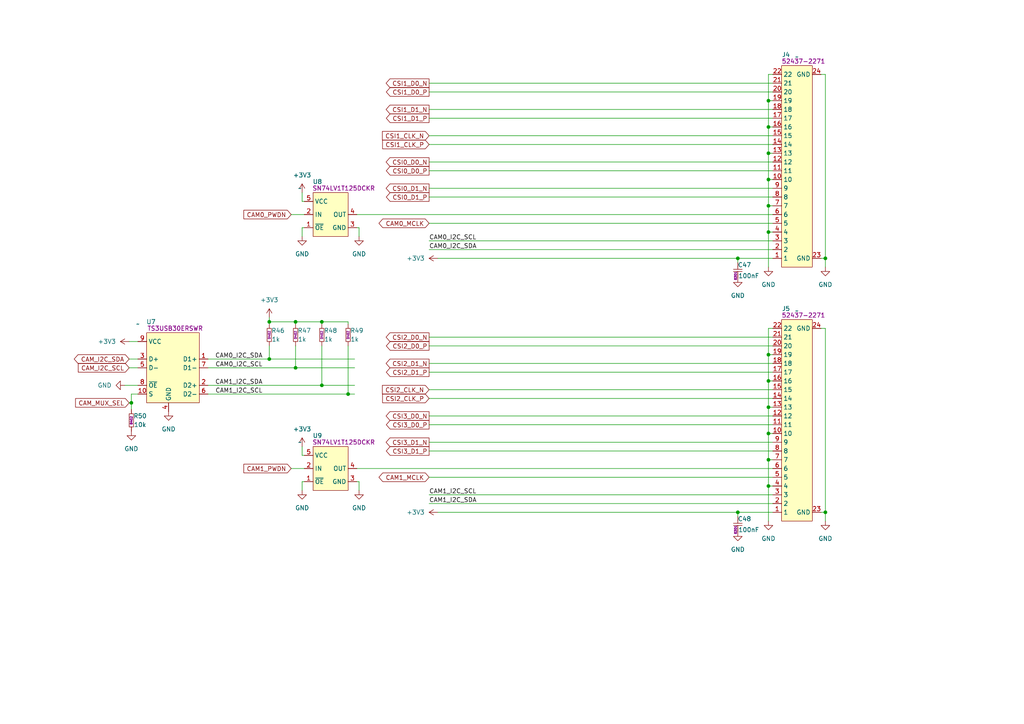
<source format=kicad_sch>
(kicad_sch (version 20230121) (generator eeschema)
  (paper "A4")
  (lib_symbols
    (symbol "power:+3V3" (power) (pin_names (offset 0))
      (property "Value" "+3V3" (at 0 3.556 0))
      (symbol "+3V3_0_1"
        (polyline (pts (xy -0.762 1.27) (xy 0 2.54)))
        (polyline (pts (xy 0 0) (xy 0 2.54)))
        (polyline (pts (xy 0 2.54) (xy 0.762 1.27)))
      )
      (symbol "+3V3_1_1"
        (pin power_in line (at 0 0 90) (length 0) hide (name "+3V3") (number "1"))
      )
    )
    (symbol "power:GND" (power) (pin_names (offset 0))
      (property "Value" "GND" (at 0 -3.81 0))
      (symbol "GND_0_1"
        (polyline (pts (xy 0 0) (xy 0 -1.27) (xy 1.27 -1.27) (xy 0 -2.54) (xy -1.27 -1.27) (xy 0 -1.27)))
      )
      (symbol "GND_1_1"
        (pin power_in line (at 0 0 270) (length 0) hide (name "GND") (number "1"))
      )
    )
    (symbol "the_backrooms:52435-2271"
      (property "Reference" "J" (at 0 0 0))
      (property "Value" "52435-2271" (at 0 0 0))
      (symbol "52435-2271_1_1"
        (rectangle (start 2.54 0) (end 11.43 -58.42) (fill (type background)))
        (pin free line (at 0 -55.88 0) (length 2.54) (name "1") (number "1"))
        (pin free line (at 0 -33.02 0) (length 2.54) (name "10") (number "10"))
        (pin free line (at 0 -30.48 0) (length 2.54) (name "11") (number "11"))
        (pin free line (at 0 -27.94 0) (length 2.54) (name "12") (number "12"))
        (pin free line (at 0 -25.4 0) (length 2.54) (name "13") (number "13"))
        (pin free line (at 0 -22.86 0) (length 2.54) (name "14") (number "14"))
        (pin free line (at 0 -20.32 0) (length 2.54) (name "15") (number "15"))
        (pin free line (at 0 -17.78 0) (length 2.54) (name "16") (number "16"))
        (pin free line (at 0 -15.24 0) (length 2.54) (name "17") (number "17"))
        (pin free line (at 0 -12.7 0) (length 2.54) (name "18") (number "18"))
        (pin free line (at 0 -10.16 0) (length 2.54) (name "19") (number "19"))
        (pin free line (at 0 -53.34 0) (length 2.54) (name "2") (number "2"))
        (pin free line (at 0 -7.62 0) (length 2.54) (name "20") (number "20"))
        (pin free line (at 0 -5.08 0) (length 2.54) (name "21") (number "21"))
        (pin free line (at 0 -2.54 0) (length 2.54) (name "22") (number "22"))
        (pin power_in line (at 13.97 -55.88 180) (length 2.54) (name "GND") (number "23"))
        (pin power_in line (at 13.97 -2.54 180) (length 2.54) (name "GND") (number "24"))
        (pin free line (at 0 -50.8 0) (length 2.54) (name "3") (number "3"))
        (pin free line (at 0 -48.26 0) (length 2.54) (name "4") (number "4"))
        (pin free line (at 0 -45.72 0) (length 2.54) (name "5") (number "5"))
        (pin free line (at 0 -43.18 0) (length 2.54) (name "6") (number "6"))
        (pin free line (at 0 -40.64 0) (length 2.54) (name "7") (number "7"))
        (pin free line (at 0 -38.1 0) (length 2.54) (name "8") (number "8"))
        (pin free line (at 0 -35.56 0) (length 2.54) (name "9") (number "9"))
      )
    )
    (symbol "the_backrooms:SN74LV1T125"
      (property "Reference" "U" (at 0 0 0))
      (property "Value" "SN74LV1T125" (at 0 0 0))
      (symbol "SN74LV1T125_1_1"
        (rectangle (start 2.54 0) (end 12.7 -12.7) (fill (type background)))
        (pin input line (at 0 -10.16 0) (length 2.54) (name "~{OE}") (number "1"))
        (pin input line (at 0 -6.35 0) (length 2.54) (name "IN") (number "2"))
        (pin power_in line (at 15.24 -10.16 180) (length 2.54) (name "GND") (number "3"))
        (pin output line (at 15.24 -6.35 180) (length 2.54) (name "OUT") (number "4"))
        (pin power_in line (at 0 -2.54 0) (length 2.54) (name "VCC") (number "5"))
      )
    )
    (symbol "the_backrooms:TS3USB30E"
      (property "Reference" "U" (at 0 0 0))
      (property "Value" "TS3USB30E" (at 0 0 0))
      (symbol "TS3USB30E_1_1"
        (rectangle (start 2.54 -2.54) (end 17.78 -22.86) (fill (type background)))
        (pin bidirectional line (at 20.32 -10.16 180) (length 2.54) (name "D1+") (number "1"))
        (pin input line (at 0 -20.32 0) (length 2.54) (name "S") (number "10"))
        (pin bidirectional line (at 20.32 -17.78 180) (length 2.54) (name "D2+") (number "2"))
        (pin bidirectional line (at 0 -10.16 0) (length 2.54) (name "D+") (number "3"))
        (pin power_in line (at 8.89 -25.4 90) (length 2.54) (name "GND") (number "4"))
        (pin bidirectional line (at 0 -12.7 0) (length 2.54) (name "D-") (number "5"))
        (pin bidirectional line (at 20.32 -20.32 180) (length 2.54) (name "D2-") (number "6"))
        (pin bidirectional line (at 20.32 -12.7 180) (length 2.54) (name "D1-") (number "7"))
        (pin input line (at 0 -17.78 0) (length 2.54) (name "~{OE}") (number "8"))
        (pin power_in line (at 0 -5.08 0) (length 2.54) (name "VCC") (number "9"))
      )
    )
    (symbol "the_backrooms:cap_0201"
      (property "Reference" "C" (at -0.635 0 0))
      (property "Package/Case" "0201" (at -1.27 1.27 0))
      (symbol "cap_0201_0_1"
        (polyline (pts (xy 1.905 0) (xy 1.905 -1.27)))
        (polyline (pts (xy 2.54 1.27) (xy 2.54 -1.27)))
        (polyline (pts (xy 3.175 0) (xy 2.54 0)))
        (polyline (pts (xy 1.27 0) (xy 1.905 0) (xy 1.905 1.27)))
      )
      (symbol "cap_0201_1_1"
        (pin free line (at 0 0 0) (length 1.27) (name "") (number "1"))
        (pin free line (at 4.445 0 180) (length 1.27) (name "") (number "2"))
      )
    )
    (symbol "the_backrooms:res_0402"
      (property "Reference" "R" (at 3.175 -1.905 0))
      (property "Package/Case" "0402" (at -3.175 1.905 0))
      (symbol "res_0402_0_1"
        (rectangle (start 1.27 0.635) (end 5.08 -0.635))
      )
      (symbol "res_0402_1_1"
        (pin free line (at 0 0 0) (length 1.27) (name "") (number "1"))
        (pin free line (at 6.35 0 180) (length 1.27) (name "") (number "2"))
      )
    )
  )
  (junction (at 222.885 59.69))
  (junction (at 222.885 140.97))
  (junction (at 213.995 148.59))
  (junction (at 93.345 111.76))
  (junction (at 85.725 106.68))
  (junction (at 239.395 148.59))
  (junction (at 222.885 133.35))
  (junction (at 222.885 29.21))
  (junction (at 38.1 116.84))
  (junction (at 222.885 102.87))
  (junction (at 222.885 52.07))
  (junction (at 239.395 74.93))
  (junction (at 222.885 44.45))
  (junction (at 85.725 93.345))
  (junction (at 222.885 67.31))
  (junction (at 222.885 36.83))
  (junction (at 78.105 104.14))
  (junction (at 78.105 93.345))
  (junction (at 222.885 110.49))
  (junction (at 213.995 74.93))
  (junction (at 100.965 114.3))
  (junction (at 222.885 118.11))
  (junction (at 222.885 125.73))
  (junction (at 93.345 93.345))
  (wire (pts (xy 38.1 114.3) (xy 38.1 116.84)))
  (wire (pts (xy 222.885 102.87) (xy 224.155 102.87)))
  (wire (pts (xy 222.885 59.69) (xy 224.155 59.69)))
  (wire (pts (xy 87.63 66.04) (xy 87.63 68.58)))
  (wire (pts (xy 100.965 93.345) (xy 100.965 93.98)))
  (wire (pts (xy 239.395 74.93) (xy 239.395 77.47)))
  (wire (pts (xy 103.505 62.23) (xy 224.155 62.23)))
  (wire (pts (xy 222.885 125.73) (xy 224.155 125.73)))
  (wire (pts (xy 88.265 66.04) (xy 87.63 66.04)))
  (wire (pts (xy 93.345 100.33) (xy 93.345 111.76)))
  (wire (pts (xy 239.395 148.59) (xy 239.395 151.13)))
  (wire (pts (xy 60.325 104.14) (xy 78.105 104.14)))
  (wire (pts (xy 38.1 116.84) (xy 38.1 118.745)))
  (wire (pts (xy 124.46 100.33) (xy 224.155 100.33)))
  (wire (pts (xy 222.885 21.59) (xy 222.885 29.21)))
  (wire (pts (xy 84.455 62.23) (xy 88.265 62.23)))
  (wire (pts (xy 222.885 67.31) (xy 222.885 77.47)))
  (wire (pts (xy 124.46 123.19) (xy 224.155 123.19)))
  (wire (pts (xy 124.46 31.75) (xy 224.155 31.75)))
  (wire (pts (xy 104.14 66.04) (xy 104.14 68.58)))
  (wire (pts (xy 124.46 34.29) (xy 224.155 34.29)))
  (wire (pts (xy 124.46 72.39) (xy 224.155 72.39)))
  (wire (pts (xy 60.325 106.68) (xy 85.725 106.68)))
  (wire (pts (xy 222.885 110.49) (xy 222.885 118.11)))
  (wire (pts (xy 222.885 52.07) (xy 224.155 52.07)))
  (wire (pts (xy 124.46 54.61) (xy 224.155 54.61)))
  (wire (pts (xy 124.46 130.81) (xy 224.155 130.81)))
  (wire (pts (xy 222.885 52.07) (xy 222.885 59.69)))
  (wire (pts (xy 85.725 106.68) (xy 102.87 106.68)))
  (wire (pts (xy 124.46 49.53) (xy 224.155 49.53)))
  (wire (pts (xy 127 74.93) (xy 213.995 74.93)))
  (wire (pts (xy 222.885 110.49) (xy 224.155 110.49)))
  (wire (pts (xy 213.995 148.59) (xy 224.155 148.59)))
  (wire (pts (xy 124.46 107.95) (xy 224.155 107.95)))
  (wire (pts (xy 238.125 95.25) (xy 239.395 95.25)))
  (wire (pts (xy 238.125 21.59) (xy 239.395 21.59)))
  (wire (pts (xy 222.885 59.69) (xy 222.885 67.31)))
  (wire (pts (xy 88.265 132.08) (xy 87.63 132.08)))
  (wire (pts (xy 222.885 95.25) (xy 222.885 102.87)))
  (wire (pts (xy 124.46 146.05) (xy 224.155 146.05)))
  (wire (pts (xy 85.725 100.33) (xy 85.725 106.68)))
  (wire (pts (xy 100.965 100.33) (xy 100.965 114.3)))
  (wire (pts (xy 224.155 74.93) (xy 213.995 74.93)))
  (wire (pts (xy 87.63 139.7) (xy 87.63 142.24)))
  (wire (pts (xy 239.395 148.59) (xy 238.125 148.59)))
  (wire (pts (xy 88.265 139.7) (xy 87.63 139.7)))
  (wire (pts (xy 87.63 129.54) (xy 87.63 132.08)))
  (wire (pts (xy 60.325 114.3) (xy 100.965 114.3)))
  (wire (pts (xy 78.105 93.98) (xy 78.105 93.345)))
  (wire (pts (xy 239.395 74.93) (xy 238.125 74.93)))
  (wire (pts (xy 222.885 118.11) (xy 222.885 125.73)))
  (wire (pts (xy 124.46 128.27) (xy 224.155 128.27)))
  (wire (pts (xy 100.965 114.3) (xy 102.87 114.3)))
  (wire (pts (xy 222.885 44.45) (xy 222.885 52.07)))
  (wire (pts (xy 38.1 114.3) (xy 40.005 114.3)))
  (wire (pts (xy 124.46 143.51) (xy 224.155 143.51)))
  (wire (pts (xy 222.885 44.45) (xy 224.155 44.45)))
  (wire (pts (xy 84.455 135.89) (xy 88.265 135.89)))
  (wire (pts (xy 78.105 104.14) (xy 102.87 104.14)))
  (wire (pts (xy 78.105 100.33) (xy 78.105 104.14)))
  (wire (pts (xy 222.885 29.21) (xy 222.885 36.83)))
  (wire (pts (xy 222.885 140.97) (xy 222.885 151.13)))
  (wire (pts (xy 88.265 58.42) (xy 87.63 58.42)))
  (wire (pts (xy 222.885 36.83) (xy 222.885 44.45)))
  (wire (pts (xy 224.155 69.85) (xy 124.46 69.85)))
  (wire (pts (xy 222.885 29.21) (xy 224.155 29.21)))
  (wire (pts (xy 124.46 138.43) (xy 224.155 138.43)))
  (wire (pts (xy 222.885 140.97) (xy 224.155 140.97)))
  (wire (pts (xy 103.505 135.89) (xy 224.155 135.89)))
  (wire (pts (xy 36.195 111.76) (xy 40.005 111.76)))
  (wire (pts (xy 213.995 148.59) (xy 213.995 149.86)))
  (wire (pts (xy 124.46 120.65) (xy 224.155 120.65)))
  (wire (pts (xy 222.885 118.11) (xy 224.155 118.11)))
  (wire (pts (xy 93.345 93.345) (xy 100.965 93.345)))
  (wire (pts (xy 124.46 64.77) (xy 224.155 64.77)))
  (wire (pts (xy 124.46 24.13) (xy 224.155 24.13)))
  (wire (pts (xy 213.995 74.93) (xy 213.995 76.2)))
  (wire (pts (xy 222.885 102.87) (xy 222.885 110.49)))
  (wire (pts (xy 222.885 133.35) (xy 224.155 133.35)))
  (wire (pts (xy 224.155 95.25) (xy 222.885 95.25)))
  (wire (pts (xy 239.395 21.59) (xy 239.395 74.93)))
  (wire (pts (xy 124.46 26.67) (xy 224.155 26.67)))
  (wire (pts (xy 85.725 93.345) (xy 85.725 93.98)))
  (wire (pts (xy 37.465 106.68) (xy 40.005 106.68)))
  (wire (pts (xy 78.105 93.345) (xy 85.725 93.345)))
  (wire (pts (xy 85.725 93.345) (xy 93.345 93.345)))
  (wire (pts (xy 104.14 139.7) (xy 104.14 142.24)))
  (wire (pts (xy 78.105 92.075) (xy 78.105 93.345)))
  (wire (pts (xy 124.46 46.99) (xy 224.155 46.99)))
  (wire (pts (xy 103.505 139.7) (xy 104.14 139.7)))
  (wire (pts (xy 93.345 93.345) (xy 93.345 93.98)))
  (wire (pts (xy 37.465 99.06) (xy 40.005 99.06)))
  (wire (pts (xy 37.465 104.14) (xy 40.005 104.14)))
  (wire (pts (xy 103.505 66.04) (xy 104.14 66.04)))
  (wire (pts (xy 224.155 21.59) (xy 222.885 21.59)))
  (wire (pts (xy 239.395 95.25) (xy 239.395 148.59)))
  (wire (pts (xy 37.465 116.84) (xy 38.1 116.84)))
  (wire (pts (xy 222.885 36.83) (xy 224.155 36.83)))
  (wire (pts (xy 222.885 133.35) (xy 222.885 140.97)))
  (wire (pts (xy 124.46 113.03) (xy 224.155 113.03)))
  (wire (pts (xy 124.46 39.37) (xy 224.155 39.37)))
  (wire (pts (xy 124.46 57.15) (xy 224.155 57.15)))
  (wire (pts (xy 222.885 125.73) (xy 222.885 133.35)))
  (wire (pts (xy 87.63 55.88) (xy 87.63 58.42)))
  (wire (pts (xy 127 148.59) (xy 213.995 148.59)))
  (wire (pts (xy 60.325 111.76) (xy 93.345 111.76)))
  (wire (pts (xy 222.885 67.31) (xy 224.155 67.31)))
  (wire (pts (xy 124.46 41.91) (xy 224.155 41.91)))
  (wire (pts (xy 93.345 111.76) (xy 102.87 111.76)))
  (wire (pts (xy 124.46 115.57) (xy 224.155 115.57)))
  (wire (pts (xy 124.46 97.79) (xy 224.155 97.79)))
  (wire (pts (xy 124.46 105.41) (xy 224.155 105.41)))
  (label "CAM1_I2C_SDA" (at 76.2 111.76 180))
  (label "CAM1_I2C_SCL" (at 124.46 143.51 0))
  (label "CAM0_I2C_SCL" (at 124.46 69.85 0))
  (label "CAM0_I2C_SDA" (at 76.2 104.14 180))
  (label "CAM1_I2C_SDA" (at 124.46 146.05 0))
  (label "CAM0_I2C_SDA" (at 124.46 72.39 0))
  (label "CAM1_I2C_SCL" (at 76.2 114.3 180))
  (label "CAM0_I2C_SCL" (at 76.2 106.68 180))
  (global_label "CSI2_D1_P" (shape output) (at 124.46 107.95 180) (property "Intersheetrefs" "${INTERSHEET_REFS}" (at 111.4963 107.95 0) (effects (justify right))))
  (global_label "CSI1_D1_N" (shape output) (at 124.46 31.75 180) (property "Intersheetrefs" "${INTERSHEET_REFS}" (at 111.4358 31.75 0) (effects (justify right))))
  (global_label "CSI2_D0_N" (shape output) (at 124.46 97.79 180) (property "Intersheetrefs" "${INTERSHEET_REFS}" (at 111.4358 97.79 0) (effects (justify right))))
  (global_label "CSI2_CLK_N" (shape input) (at 124.46 113.03 180) (property "Intersheetrefs" "${INTERSHEET_REFS}" (at 110.3472 113.03 0) (effects (justify right))))
  (global_label "CAM1_PWDN" (shape input) (at 84.455 135.89 180) (property "Intersheetrefs" "${INTERSHEET_REFS}" (at 70.1608 135.89 0) (effects (justify right))))
  (global_label "CSI3_D0_N" (shape output) (at 124.46 120.65 180) (property "Intersheetrefs" "${INTERSHEET_REFS}" (at 111.4358 120.65 0) (effects (justify right))))
  (global_label "CAM_I2C_SCL" (shape input) (at 37.465 106.68 180) (property "Intersheetrefs" "${INTERSHEET_REFS}" (at 22.1427 106.68 0) (effects (justify right))))
  (global_label "CSI0_D1_N" (shape output) (at 124.46 54.61 180) (property "Intersheetrefs" "${INTERSHEET_REFS}" (at 111.4358 54.61 0) (effects (justify right))))
  (global_label "CAM1_MCLK" (shape bidirectional) (at 124.46 138.43 180) (property "Intersheetrefs" "${INTERSHEET_REFS}" (at 109.3569 138.43 0) (effects (justify right))))
  (global_label "CSI1_CLK_N" (shape input) (at 124.46 39.37 180) (property "Intersheetrefs" "${INTERSHEET_REFS}" (at 110.3472 39.37 0) (effects (justify right))))
  (global_label "CSI3_D1_P" (shape output) (at 124.46 130.81 180) (property "Intersheetrefs" "${INTERSHEET_REFS}" (at 111.4963 130.81 0) (effects (justify right))))
  (global_label "CAM0_MCLK" (shape bidirectional) (at 124.46 64.77 180) (property "Intersheetrefs" "${INTERSHEET_REFS}" (at 109.3569 64.77 0) (effects (justify right))))
  (global_label "CSI3_D0_P" (shape output) (at 124.46 123.19 180) (property "Intersheetrefs" "${INTERSHEET_REFS}" (at 111.4963 123.19 0) (effects (justify right))))
  (global_label "CAM_I2C_SDA" (shape bidirectional) (at 37.465 104.14 180) (property "Intersheetrefs" "${INTERSHEET_REFS}" (at 20.9709 104.14 0) (effects (justify right))))
  (global_label "CSI1_D0_P" (shape output) (at 124.46 26.67 180) (property "Intersheetrefs" "${INTERSHEET_REFS}" (at 111.4963 26.67 0) (effects (justify right))))
  (global_label "CSI1_D0_N" (shape output) (at 124.46 24.13 180) (property "Intersheetrefs" "${INTERSHEET_REFS}" (at 111.4358 24.13 0) (effects (justify right))))
  (global_label "CAM_MUX_SEL" (shape input) (at 37.465 116.84 180) (property "Intersheetrefs" "${INTERSHEET_REFS}" (at 21.3566 116.84 0) (effects (justify right))))
  (global_label "CSI1_CLK_P" (shape input) (at 124.46 41.91 180) (property "Intersheetrefs" "${INTERSHEET_REFS}" (at 110.4077 41.91 0) (effects (justify right))))
  (global_label "CSI3_D1_N" (shape output) (at 124.46 128.27 180) (property "Intersheetrefs" "${INTERSHEET_REFS}" (at 111.4358 128.27 0) (effects (justify right))))
  (global_label "CSI2_D1_N" (shape output) (at 124.46 105.41 180) (property "Intersheetrefs" "${INTERSHEET_REFS}" (at 111.4358 105.41 0) (effects (justify right))))
  (global_label "CSI0_D0_P" (shape output) (at 124.46 49.53 180) (property "Intersheetrefs" "${INTERSHEET_REFS}" (at 111.4963 49.53 0) (effects (justify right))))
  (global_label "CAM0_PWDN" (shape input) (at 84.455 62.23 180) (property "Intersheetrefs" "${INTERSHEET_REFS}" (at 70.1608 62.23 0) (effects (justify right))))
  (global_label "CSI0_D0_N" (shape output) (at 124.46 46.99 180) (property "Intersheetrefs" "${INTERSHEET_REFS}" (at 111.4358 46.99 0) (effects (justify right))))
  (global_label "CSI1_D1_P" (shape output) (at 124.46 34.29 180) (property "Intersheetrefs" "${INTERSHEET_REFS}" (at 111.4963 34.29 0) (effects (justify right))))
  (global_label "CSI0_D1_P" (shape output) (at 124.46 57.15 180) (property "Intersheetrefs" "${INTERSHEET_REFS}" (at 111.4963 57.15 0) (effects (justify right))))
  (global_label "CSI2_CLK_P" (shape input) (at 124.46 115.57 180) (property "Intersheetrefs" "${INTERSHEET_REFS}" (at 110.4077 115.57 0) (effects (justify right))))
  (global_label "CSI2_D0_P" (shape output) (at 124.46 100.33 180) (property "Intersheetrefs" "${INTERSHEET_REFS}" (at 111.4963 100.33 0) (effects (justify right))))
  (symbol (lib_id "the_backrooms:cap_0201") (at 213.995 80.645 90) (unit 1)
    (property "Reference" "C47" (at 213.995 76.835 90) (effects (justify right)))
    (property "Value" "100nF" (at 217.17 80.01 90))
    (property "Footprint" "the_backrooms:cap_0201" (effects hide))
    (property "Package/Case" "0201" (at 213.36 78.74 0) (effects (font (size 0.635 0.635)) (justify right)))
    (property "Mfr. No." "GRM033R61E104KE14J" (effects hide))
  )
  (symbol (lib_id "power:GND") (at 48.895 119.38 0) (unit 1)
    (property "Reference" "#PWR094" (effects hide))
    (property "Value" "GND" (at 48.895 124.46 0))
  )
  (symbol (lib_id "power:GND") (at 213.995 154.305 0) (unit 1)
    (property "Reference" "#PWR0103" (effects hide))
    (property "Value" "GND" (at 213.995 159.385 0))
  )
  (symbol (lib_id "power:GND") (at 104.14 142.24 0) (unit 1)
    (property "Reference" "#PWR0107" (effects hide))
    (property "Value" "GND" (at 104.14 147.32 0))
  )
  (symbol (lib_id "power:+3V3") (at 127 148.59 90) (unit 1)
    (property "Reference" "#PWR0104" (effects hide))
    (property "Value" "+3V3" (at 123.19 148.59 90) (effects (justify left)))
  )
  (symbol (lib_id "power:+3V3") (at 37.465 99.06 90) (unit 1)
    (property "Reference" "#PWR093" (effects hide))
    (property "Value" "+3V3" (at 33.655 99.06 90) (effects (justify left)))
  )
  (symbol (lib_id "the_backrooms:res_0402") (at 100.965 100.33 90) (unit 1)
    (property "Reference" "R49" (at 103.505 95.885 90))
    (property "Value" "1k" (at 102.87 98.425 90))
    (property "Footprint" "the_backrooms:0402_res" (effects hide))
    (property "Package/Case" "0402" (at 100.965 97.155 0) (effects (font (size 0.635 0.635))))
    (property "Mfr. No." "MCS04020C1001FE000" (effects hide))
  )
  (symbol (lib_id "the_backrooms:res_0402") (at 38.1 125.095 90) (unit 1)
    (property "Reference" "R50" (at 40.64 120.65 90))
    (property "Value" "10k" (at 40.64 123.19 90))
    (property "Footprint" "the_backrooms:0402_res" (effects hide))
    (property "Package/Case" "0402" (at 38.1 121.92 0) (effects (font (size 0.635 0.635))))
    (property "Mfr. No." "MCS04020C1002FE000" (effects hide))
  )
  (symbol (lib_id "the_backrooms:SN74LV1T125") (at 88.265 55.88 0) (unit 1)
    (property "Reference" "U8" (at 92.075 52.705 0))
    (property "Value" "~" (at 86.995 54.61 0))
    (property "Footprint" "the_backrooms:SN74LV1T125" (effects hide))
    (property "Datasheet" "https://www.ti.com/lit/ds/symlink/sn74lv1t125.pdf?HQS=dis-mous-null-mousermode-dsf-pf-null-wwe&ts=1689961992760&ref_url=https%253A%252F%252Fwww.mouser.de%252F" (effects hide))
    (property "Mfr. No." "SN74LV1T125DCKR" (at 99.695 54.61 0))
    (property "Package/Case" "SC70-5" (effects hide))
    (property "Description" "Translation - Voltage Levels SGL Pwr Supply SGL Buffer GATE" (effects hide))
  )
  (symbol (lib_id "power:GND") (at 213.995 80.645 0) (unit 1)
    (property "Reference" "#PWR092" (effects hide))
    (property "Value" "GND" (at 213.995 85.725 0))
  )
  (symbol (lib_id "power:GND") (at 104.14 68.58 0) (unit 1)
    (property "Reference" "#PWR0100" (effects hide))
    (property "Value" "GND" (at 104.14 73.66 0))
  )
  (symbol (lib_id "power:GND") (at 222.885 77.47 0) (unit 1)
    (property "Reference" "#PWR098" (effects hide))
    (property "Value" "GND" (at 222.885 82.55 0))
  )
  (symbol (lib_id "the_backrooms:res_0402") (at 85.725 100.33 90) (unit 1)
    (property "Reference" "R47" (at 88.265 95.885 90))
    (property "Value" "1k" (at 87.63 98.425 90))
    (property "Footprint" "the_backrooms:0402_res" (effects hide))
    (property "Package/Case" "0402" (at 85.725 97.155 0) (effects (font (size 0.635 0.635))))
    (property "Mfr. No." "MCS04020C1001FE000" (effects hide))
  )
  (symbol (lib_id "power:+3V3") (at 87.63 129.54 0) (unit 1)
    (property "Reference" "#PWR0108" (effects hide))
    (property "Value" "+3V3" (at 87.63 124.46 0))
  )
  (symbol (lib_id "power:GND") (at 239.395 151.13 0) (unit 1)
    (property "Reference" "#PWR090" (effects hide))
    (property "Value" "GND" (at 239.395 156.21 0))
  )
  (symbol (lib_id "power:GND") (at 36.195 111.76 270) (unit 1)
    (property "Reference" "#PWR095" (effects hide))
    (property "Value" "GND" (at 32.385 111.76 90) (effects (justify right)))
  )
  (symbol (lib_id "power:+3V3") (at 127 74.93 90) (unit 1)
    (property "Reference" "#PWR091" (effects hide))
    (property "Value" "+3V3" (at 123.19 74.93 90) (effects (justify left)))
  )
  (symbol (lib_id "the_backrooms:res_0402") (at 93.345 100.33 90) (unit 1)
    (property "Reference" "R48" (at 95.885 95.885 90))
    (property "Value" "1k" (at 95.25 98.425 90))
    (property "Footprint" "the_backrooms:0402_res" (effects hide))
    (property "Package/Case" "0402" (at 93.345 97.155 0) (effects (font (size 0.635 0.635))))
    (property "Mfr. No." "MCS04020C1001FE000" (effects hide))
  )
  (symbol (lib_id "the_backrooms:cap_0201") (at 213.995 154.305 90) (unit 1)
    (property "Reference" "C48" (at 213.995 150.495 90) (effects (justify right)))
    (property "Value" "100nF" (at 217.17 153.67 90))
    (property "Footprint" "the_backrooms:cap_0201" (effects hide))
    (property "Package/Case" "0201" (at 213.36 152.4 0) (effects (font (size 0.635 0.635)) (justify right)))
    (property "Mfr. No." "GRM033R61E104KE14J" (effects hide))
  )
  (symbol (lib_id "power:+3V3") (at 87.63 55.88 0) (unit 1)
    (property "Reference" "#PWR0102" (effects hide))
    (property "Value" "+3V3" (at 87.63 50.8 0))
  )
  (symbol (lib_id "power:GND") (at 222.885 151.13 0) (unit 1)
    (property "Reference" "#PWR099" (effects hide))
    (property "Value" "GND" (at 222.885 156.21 0))
  )
  (symbol (lib_id "power:GND") (at 38.1 125.095 0) (unit 1)
    (property "Reference" "#PWR096" (effects hide))
    (property "Value" "GND" (at 38.1 130.175 0))
  )
  (symbol (lib_id "the_backrooms:52435-2271") (at 224.155 19.05 0) (unit 1)
    (property "Reference" "J4" (at 227.965 15.875 0))
    (property "Value" "~" (at 231.14 16.51 0))
    (property "Footprint" "the_backrooms:52435-2271" (effects hide))
    (property "Mfr. No." "52437-2271" (at 233.045 17.78 0))
  )
  (symbol (lib_id "power:GND") (at 87.63 142.24 0) (unit 1)
    (property "Reference" "#PWR0109" (effects hide))
    (property "Value" "GND" (at 87.63 147.32 0))
  )
  (symbol (lib_id "power:GND") (at 239.395 77.47 0) (unit 1)
    (property "Reference" "#PWR089" (effects hide))
    (property "Value" "GND" (at 239.395 82.55 0))
  )
  (symbol (lib_id "the_backrooms:SN74LV1T125") (at 88.265 129.54 0) (unit 1)
    (property "Reference" "U9" (at 92.075 126.365 0))
    (property "Value" "~" (at 86.995 128.27 0))
    (property "Footprint" "the_backrooms:SN74LV1T125" (effects hide))
    (property "Datasheet" "https://www.ti.com/lit/ds/symlink/sn74lv1t125.pdf?HQS=dis-mous-null-mousermode-dsf-pf-null-wwe&ts=1689961992760&ref_url=https%253A%252F%252Fwww.mouser.de%252F" (effects hide))
    (property "Mfr. No." "SN74LV1T125DCKR" (at 99.695 128.27 0))
    (property "Package/Case" "SC70-5" (effects hide))
    (property "Description" "Translation - Voltage Levels SGL Pwr Supply SGL Buffer GATE" (effects hide))
  )
  (symbol (lib_id "the_backrooms:res_0402") (at 78.105 100.33 90) (unit 1)
    (property "Reference" "R46" (at 80.645 95.885 90))
    (property "Value" "1k" (at 80.01 98.425 90))
    (property "Footprint" "the_backrooms:0402_res" (effects hide))
    (property "Package/Case" "0402" (at 78.105 97.155 0) (effects (font (size 0.635 0.635))))
    (property "Mfr. No." "MCS04020C1001FE000" (effects hide))
  )
  (symbol (lib_id "power:GND") (at 87.63 68.58 0) (unit 1)
    (property "Reference" "#PWR0101" (effects hide))
    (property "Value" "GND" (at 87.63 73.66 0))
  )
  (symbol (lib_id "power:+3V3") (at 78.105 92.075 0) (unit 1)
    (property "Reference" "#PWR0110" (effects hide))
    (property "Value" "+3V3" (at 78.105 86.995 0))
  )
  (symbol (lib_id "the_backrooms:52435-2271") (at 224.155 92.71 0) (unit 1)
    (property "Reference" "J5" (at 227.965 89.535 0))
    (property "Value" "~" (at 231.14 90.17 0))
    (property "Footprint" "the_backrooms:52435-2271" (effects hide))
    (property "Mfr. No." "52437-2271" (at 233.045 91.44 0))
  )
  (symbol (lib_id "the_backrooms:TS3USB30E") (at 40.005 93.98 0) (unit 1)
    (property "Reference" "U7" (at 43.815 93.345 0))
    (property "Value" "~" (at 40.005 93.98 0))
    (property "Footprint" "the_backrooms:TS3USB30E" (effects hide))
    (property "Datasheet" "https://www.ti.com/lit/ds/symlink/ts3usb30e.pdf?HQS=dis-mous-null-mousermode-dsf-pf-null-wwe&ts=1690134936254&ref_url=https%253A%252F%252Fwww.mouser.de%252F" (effects hide))
    (property "Mfr. No." "TS3USB30ERSWR" (at 50.8 95.25 0))
    (property "Package/Case" "UQFN-10" (effects hide))
    (property "Description" "USB Switch ICs High-Spd USB 2.0 1:2 Mux/Demux Sw" (effects hide))
  )
)
</source>
